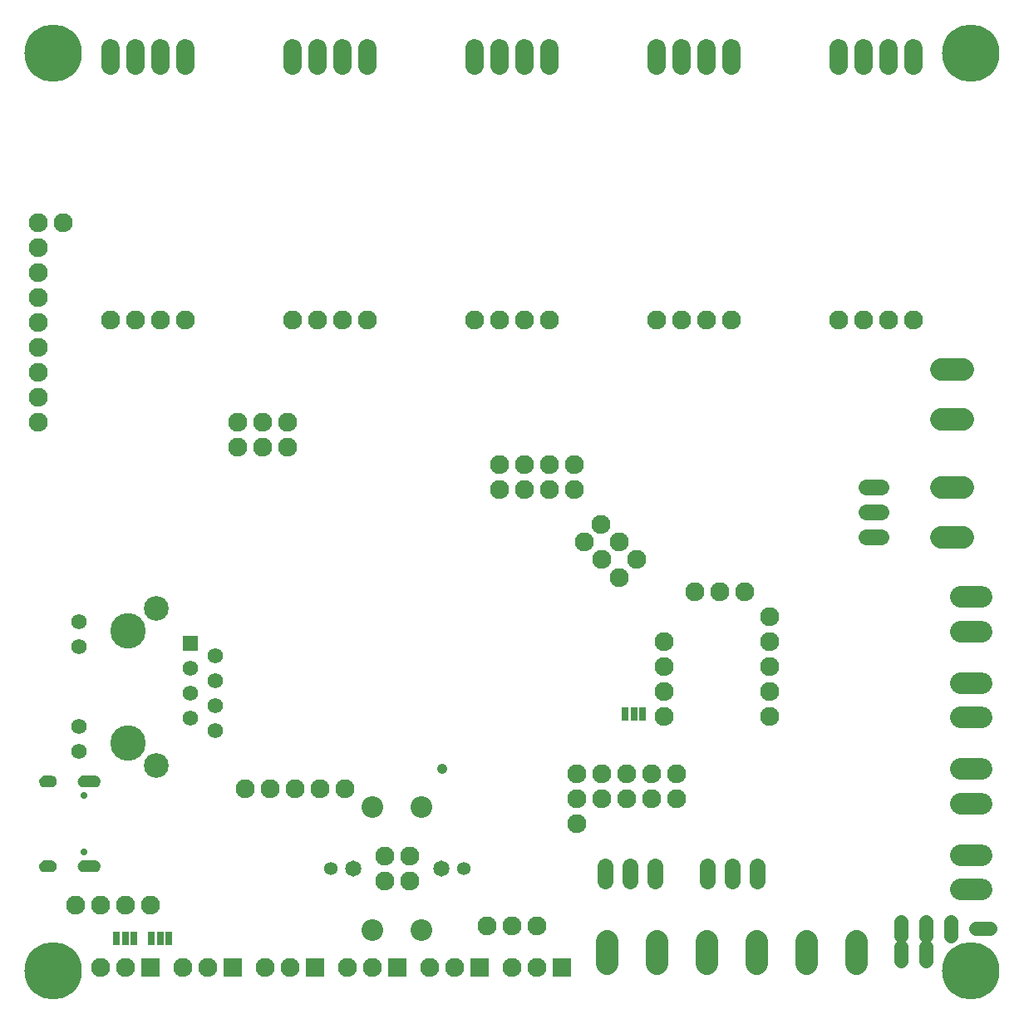
<source format=gbr>
G04 EAGLE Gerber RS-274X export*
G75*
%MOMM*%
%FSLAX34Y34*%
%LPD*%
%INGBS*%
%IPPOS*%
%AMOC8*
5,1,8,0,0,1.08239X$1,22.5*%
G01*
%ADD10C,2.209800*%
%ADD11C,1.358800*%
%ADD12C,1.650800*%
%ADD13R,1.930400X1.930400*%
%ADD14C,1.930400*%
%ADD15C,1.828800*%
%ADD16C,1.574800*%
%ADD17C,2.184400*%
%ADD18C,1.473200*%
%ADD19R,1.574800X1.574800*%
%ADD20C,1.574800*%
%ADD21C,2.527300*%
%ADD22C,3.606800*%
%ADD23R,0.685800X1.320800*%
%ADD24C,2.300800*%
%ADD25C,5.850800*%
%ADD26C,1.158800*%
%ADD27C,1.050800*%
%ADD28C,0.700800*%

G36*
X-424836Y-277806D02*
X-424836Y-277806D01*
X-424833Y-277809D01*
X-423711Y-277654D01*
X-423706Y-277649D01*
X-423702Y-277652D01*
X-422631Y-277281D01*
X-422627Y-277275D01*
X-422622Y-277277D01*
X-421645Y-276704D01*
X-421642Y-276698D01*
X-421637Y-276699D01*
X-420790Y-275946D01*
X-420788Y-275939D01*
X-420783Y-275939D01*
X-420099Y-275036D01*
X-420099Y-275029D01*
X-420094Y-275028D01*
X-419599Y-274009D01*
X-419601Y-274002D01*
X-419596Y-274000D01*
X-419309Y-272903D01*
X-419311Y-272899D01*
X-419309Y-272898D01*
X-419311Y-272896D01*
X-419308Y-272894D01*
X-419241Y-271763D01*
X-419243Y-271759D01*
X-419241Y-271757D01*
X-419308Y-270626D01*
X-419313Y-270621D01*
X-419309Y-270617D01*
X-419596Y-269520D01*
X-419602Y-269516D01*
X-419599Y-269511D01*
X-420094Y-268492D01*
X-420100Y-268489D01*
X-420099Y-268484D01*
X-420783Y-267581D01*
X-420790Y-267579D01*
X-420790Y-267574D01*
X-421637Y-266821D01*
X-421644Y-266821D01*
X-421645Y-266816D01*
X-422622Y-266243D01*
X-422629Y-266244D01*
X-422631Y-266239D01*
X-423702Y-265868D01*
X-423708Y-265871D01*
X-423711Y-265866D01*
X-424833Y-265711D01*
X-424838Y-265714D01*
X-424840Y-265711D01*
X-436840Y-265711D01*
X-436845Y-265714D01*
X-436848Y-265711D01*
X-438115Y-265916D01*
X-438121Y-265922D01*
X-438126Y-265919D01*
X-439315Y-266401D01*
X-439319Y-266408D01*
X-439325Y-266406D01*
X-440378Y-267140D01*
X-440380Y-267148D01*
X-440386Y-267147D01*
X-441249Y-268097D01*
X-441250Y-268106D01*
X-441255Y-268106D01*
X-441885Y-269225D01*
X-441884Y-269233D01*
X-441890Y-269235D01*
X-442255Y-270465D01*
X-442252Y-270473D01*
X-442257Y-270476D01*
X-442339Y-271757D01*
X-442337Y-271761D01*
X-442339Y-271763D01*
X-442257Y-273044D01*
X-442251Y-273050D01*
X-442255Y-273055D01*
X-441890Y-274285D01*
X-441883Y-274290D01*
X-441885Y-274295D01*
X-441255Y-275414D01*
X-441248Y-275417D01*
X-441249Y-275423D01*
X-440386Y-276373D01*
X-440378Y-276374D01*
X-440378Y-276380D01*
X-439325Y-277114D01*
X-439317Y-277114D01*
X-439315Y-277119D01*
X-438126Y-277601D01*
X-438118Y-277599D01*
X-438115Y-277604D01*
X-436848Y-277809D01*
X-436843Y-277806D01*
X-436840Y-277809D01*
X-424840Y-277809D01*
X-424836Y-277806D01*
G37*
G36*
X-424836Y-364206D02*
X-424836Y-364206D01*
X-424833Y-364209D01*
X-423711Y-364054D01*
X-423706Y-364049D01*
X-423702Y-364052D01*
X-422631Y-363681D01*
X-422627Y-363675D01*
X-422622Y-363677D01*
X-421645Y-363104D01*
X-421642Y-363098D01*
X-421637Y-363099D01*
X-420790Y-362346D01*
X-420788Y-362339D01*
X-420783Y-362339D01*
X-420099Y-361436D01*
X-420099Y-361429D01*
X-420094Y-361428D01*
X-419599Y-360409D01*
X-419601Y-360402D01*
X-419596Y-360400D01*
X-419309Y-359303D01*
X-419311Y-359299D01*
X-419309Y-359298D01*
X-419311Y-359296D01*
X-419308Y-359294D01*
X-419241Y-358163D01*
X-419243Y-358159D01*
X-419241Y-358157D01*
X-419308Y-357026D01*
X-419313Y-357021D01*
X-419309Y-357017D01*
X-419596Y-355920D01*
X-419602Y-355916D01*
X-419599Y-355911D01*
X-420094Y-354892D01*
X-420100Y-354889D01*
X-420099Y-354884D01*
X-420783Y-353981D01*
X-420790Y-353979D01*
X-420790Y-353974D01*
X-421637Y-353221D01*
X-421644Y-353221D01*
X-421645Y-353216D01*
X-422622Y-352643D01*
X-422629Y-352644D01*
X-422631Y-352639D01*
X-423702Y-352268D01*
X-423708Y-352271D01*
X-423711Y-352266D01*
X-424833Y-352111D01*
X-424838Y-352114D01*
X-424840Y-352111D01*
X-436840Y-352111D01*
X-436845Y-352114D01*
X-436848Y-352111D01*
X-438115Y-352316D01*
X-438121Y-352322D01*
X-438126Y-352319D01*
X-439315Y-352801D01*
X-439319Y-352808D01*
X-439325Y-352806D01*
X-440378Y-353540D01*
X-440380Y-353548D01*
X-440386Y-353547D01*
X-441249Y-354497D01*
X-441250Y-354506D01*
X-441255Y-354506D01*
X-441885Y-355625D01*
X-441884Y-355633D01*
X-441890Y-355635D01*
X-442255Y-356865D01*
X-442252Y-356873D01*
X-442257Y-356876D01*
X-442339Y-358157D01*
X-442337Y-358161D01*
X-442339Y-358163D01*
X-442257Y-359444D01*
X-442251Y-359450D01*
X-442255Y-359455D01*
X-441890Y-360685D01*
X-441883Y-360690D01*
X-441885Y-360695D01*
X-441255Y-361814D01*
X-441248Y-361817D01*
X-441249Y-361823D01*
X-440386Y-362773D01*
X-440378Y-362774D01*
X-440378Y-362780D01*
X-439325Y-363514D01*
X-439317Y-363514D01*
X-439315Y-363519D01*
X-438126Y-364001D01*
X-438118Y-363999D01*
X-438115Y-364004D01*
X-436848Y-364209D01*
X-436843Y-364206D01*
X-436840Y-364209D01*
X-424840Y-364209D01*
X-424836Y-364206D01*
G37*
G36*
X-469637Y-277807D02*
X-469637Y-277807D01*
X-469635Y-277809D01*
X-468459Y-277698D01*
X-468454Y-277693D01*
X-468450Y-277696D01*
X-467318Y-277358D01*
X-467314Y-277352D01*
X-467309Y-277354D01*
X-466265Y-276802D01*
X-466262Y-276795D01*
X-466257Y-276797D01*
X-465341Y-276051D01*
X-465340Y-276044D01*
X-465334Y-276044D01*
X-464581Y-275135D01*
X-464581Y-275127D01*
X-464576Y-275127D01*
X-464015Y-274087D01*
X-464016Y-274082D01*
X-464012Y-274080D01*
X-464013Y-274079D01*
X-464011Y-274078D01*
X-463664Y-272949D01*
X-463664Y-272948D01*
X-463663Y-272947D01*
X-463666Y-272943D01*
X-463662Y-272940D01*
X-463541Y-271765D01*
X-463545Y-271758D01*
X-463541Y-271754D01*
X-463698Y-270414D01*
X-463703Y-270408D01*
X-463700Y-270403D01*
X-464151Y-269132D01*
X-464158Y-269127D01*
X-464156Y-269122D01*
X-464878Y-267983D01*
X-464886Y-267980D01*
X-464885Y-267974D01*
X-465843Y-267024D01*
X-465851Y-267023D01*
X-465852Y-267017D01*
X-466997Y-266304D01*
X-467006Y-266305D01*
X-467007Y-266299D01*
X-468283Y-265859D01*
X-468290Y-265861D01*
X-468293Y-265857D01*
X-469635Y-265711D01*
X-469638Y-265713D01*
X-469640Y-265711D01*
X-475640Y-265711D01*
X-475644Y-265713D01*
X-475646Y-265711D01*
X-476975Y-265866D01*
X-476981Y-265872D01*
X-476985Y-265869D01*
X-478246Y-266316D01*
X-478251Y-266323D01*
X-478256Y-266321D01*
X-479386Y-267038D01*
X-479389Y-267045D01*
X-479395Y-267044D01*
X-480337Y-267995D01*
X-480338Y-268003D01*
X-480344Y-268003D01*
X-481051Y-269139D01*
X-481050Y-269147D01*
X-481056Y-269149D01*
X-481492Y-270414D01*
X-481490Y-270422D01*
X-481495Y-270425D01*
X-481639Y-271755D01*
X-481635Y-271761D01*
X-481639Y-271765D01*
X-481529Y-272931D01*
X-481524Y-272936D01*
X-481527Y-272940D01*
X-481192Y-274063D01*
X-481186Y-274067D01*
X-481188Y-274071D01*
X-480640Y-275107D01*
X-480634Y-275110D01*
X-480635Y-275115D01*
X-479896Y-276023D01*
X-479889Y-276025D01*
X-479889Y-276030D01*
X-478987Y-276777D01*
X-478980Y-276777D01*
X-478979Y-276783D01*
X-477948Y-277339D01*
X-477941Y-277338D01*
X-477939Y-277343D01*
X-476820Y-277687D01*
X-476813Y-277685D01*
X-476810Y-277689D01*
X-475645Y-277809D01*
X-475642Y-277807D01*
X-475640Y-277809D01*
X-469640Y-277809D01*
X-469637Y-277807D01*
G37*
G36*
X-469637Y-364207D02*
X-469637Y-364207D01*
X-469635Y-364209D01*
X-468459Y-364098D01*
X-468454Y-364093D01*
X-468450Y-364096D01*
X-467318Y-363758D01*
X-467314Y-363752D01*
X-467309Y-363754D01*
X-466265Y-363202D01*
X-466262Y-363195D01*
X-466257Y-363197D01*
X-465341Y-362451D01*
X-465340Y-362444D01*
X-465334Y-362444D01*
X-464581Y-361535D01*
X-464581Y-361527D01*
X-464576Y-361527D01*
X-464015Y-360487D01*
X-464016Y-360482D01*
X-464012Y-360480D01*
X-464013Y-360479D01*
X-464011Y-360478D01*
X-463664Y-359349D01*
X-463664Y-359348D01*
X-463663Y-359347D01*
X-463666Y-359343D01*
X-463662Y-359340D01*
X-463541Y-358165D01*
X-463545Y-358158D01*
X-463541Y-358154D01*
X-463698Y-356814D01*
X-463703Y-356808D01*
X-463700Y-356803D01*
X-464151Y-355532D01*
X-464158Y-355527D01*
X-464156Y-355522D01*
X-464878Y-354383D01*
X-464886Y-354380D01*
X-464885Y-354374D01*
X-465843Y-353424D01*
X-465851Y-353423D01*
X-465852Y-353417D01*
X-466997Y-352704D01*
X-467006Y-352705D01*
X-467007Y-352699D01*
X-468283Y-352259D01*
X-468290Y-352261D01*
X-468293Y-352257D01*
X-469635Y-352111D01*
X-469638Y-352113D01*
X-469640Y-352111D01*
X-475640Y-352111D01*
X-475644Y-352113D01*
X-475646Y-352111D01*
X-476975Y-352266D01*
X-476981Y-352272D01*
X-476985Y-352269D01*
X-478246Y-352716D01*
X-478251Y-352723D01*
X-478256Y-352721D01*
X-479386Y-353438D01*
X-479389Y-353445D01*
X-479395Y-353444D01*
X-480337Y-354395D01*
X-480338Y-354403D01*
X-480344Y-354403D01*
X-481051Y-355539D01*
X-481050Y-355547D01*
X-481056Y-355549D01*
X-481492Y-356814D01*
X-481490Y-356822D01*
X-481495Y-356825D01*
X-481639Y-358155D01*
X-481635Y-358161D01*
X-481639Y-358165D01*
X-481529Y-359331D01*
X-481524Y-359336D01*
X-481527Y-359340D01*
X-481192Y-360463D01*
X-481186Y-360467D01*
X-481188Y-360471D01*
X-480640Y-361507D01*
X-480634Y-361510D01*
X-480635Y-361515D01*
X-479896Y-362423D01*
X-479889Y-362425D01*
X-479889Y-362430D01*
X-478987Y-363177D01*
X-478980Y-363177D01*
X-478979Y-363183D01*
X-477948Y-363739D01*
X-477941Y-363738D01*
X-477939Y-363743D01*
X-476820Y-364087D01*
X-476813Y-364085D01*
X-476810Y-364089D01*
X-475645Y-364209D01*
X-475642Y-364207D01*
X-475640Y-364209D01*
X-469640Y-364209D01*
X-469637Y-364207D01*
G37*
D10*
X-91840Y-298180D03*
X-91840Y-423180D03*
X-141840Y-298180D03*
X-141840Y-423180D03*
D11*
X-49340Y-360680D03*
X-184340Y-360680D03*
D12*
X-71840Y-360680D03*
X-161840Y-360680D03*
D13*
X-368300Y-461010D03*
D14*
X-393700Y-461010D03*
X-419100Y-461010D03*
D13*
X-284480Y-461010D03*
D14*
X-309880Y-461010D03*
X-335280Y-461010D03*
D13*
X-200660Y-461010D03*
D14*
X-226060Y-461010D03*
X-251460Y-461010D03*
D13*
X-116840Y-461010D03*
D14*
X-142240Y-461010D03*
X-167640Y-461010D03*
D13*
X-33020Y-461010D03*
D14*
X-58420Y-461010D03*
X-83820Y-461010D03*
D13*
X50800Y-461010D03*
D14*
X25400Y-461010D03*
X0Y-461010D03*
X167640Y-264160D03*
X142240Y-264160D03*
X116840Y-264160D03*
X91440Y-264160D03*
X167640Y-289560D03*
X142240Y-289560D03*
X116840Y-289560D03*
X91440Y-289560D03*
X73660Y-27940D03*
X91621Y-45901D03*
X109581Y-63861D03*
X127000Y-45720D03*
X109039Y-27759D03*
X91079Y-9799D03*
X-25400Y-419100D03*
X0Y-419100D03*
X25400Y-419100D03*
X-129540Y-347980D03*
X-104140Y-347980D03*
X-129540Y-373380D03*
X-104140Y-373380D03*
X-482600Y271780D03*
X-482600Y246380D03*
X-482600Y220980D03*
X-482600Y195580D03*
X-482600Y170180D03*
X-482600Y144780D03*
X-482600Y119380D03*
X-482600Y93980D03*
D15*
X-408940Y457200D02*
X-408940Y474980D01*
X-383540Y474980D02*
X-383540Y457200D01*
X-358140Y457200D02*
X-358140Y474980D01*
X-332740Y474980D02*
X-332740Y457200D01*
X-223520Y457200D02*
X-223520Y474980D01*
X-198120Y474980D02*
X-198120Y457200D01*
X-172720Y457200D02*
X-172720Y474980D01*
X-147320Y474980D02*
X-147320Y457200D01*
X-38100Y457200D02*
X-38100Y474980D01*
X-12700Y474980D02*
X-12700Y457200D01*
X12700Y457200D02*
X12700Y474980D01*
X38100Y474980D02*
X38100Y457200D01*
X147320Y457200D02*
X147320Y474980D01*
X172720Y474980D02*
X172720Y457200D01*
X198120Y457200D02*
X198120Y474980D01*
X223520Y474980D02*
X223520Y457200D01*
D16*
X250190Y-358140D02*
X250190Y-373380D01*
X224790Y-373380D02*
X224790Y-358140D01*
X199390Y-358140D02*
X199390Y-373380D01*
X146050Y-373380D02*
X146050Y-358140D01*
X120650Y-358140D02*
X120650Y-373380D01*
X95250Y-373380D02*
X95250Y-358140D01*
D17*
X457200Y-259360D02*
X478536Y-259360D01*
X478536Y-294360D02*
X457200Y-294360D01*
X457200Y-171730D02*
X478536Y-171730D01*
X478536Y-206730D02*
X457200Y-206730D01*
D18*
X472440Y-421640D02*
X486664Y-421640D01*
X447040Y-428752D02*
X447040Y-414528D01*
X396240Y-414528D02*
X396240Y-428752D01*
X421640Y-428752D02*
X421640Y-414528D01*
X396240Y-439928D02*
X396240Y-454152D01*
X421640Y-454152D02*
X421640Y-439928D01*
D14*
X-279400Y68580D03*
X-254000Y68580D03*
X-228600Y68580D03*
X-228600Y93980D03*
X-254000Y93980D03*
X-279400Y93980D03*
D19*
X-327660Y-130810D03*
D20*
X-302260Y-143510D03*
X-327660Y-156210D03*
X-302260Y-168910D03*
X-327660Y-181610D03*
X-302260Y-194310D03*
X-327660Y-207010D03*
X-302260Y-219710D03*
D21*
X-361950Y-95250D03*
X-361950Y-255270D03*
D20*
X-440690Y-241300D03*
X-440690Y-215900D03*
X-440690Y-109220D03*
X-440690Y-134620D03*
D22*
X-391160Y-118110D03*
X-391160Y-232410D03*
D14*
X66040Y-264160D03*
X66040Y-289560D03*
X66040Y-314960D03*
X-408940Y198120D03*
X-383540Y198120D03*
X-358140Y198120D03*
X-332740Y198120D03*
X-223520Y198120D03*
X-198120Y198120D03*
X-172720Y198120D03*
X-147320Y198120D03*
X-38100Y198120D03*
X-12700Y198120D03*
X12700Y198120D03*
X38100Y198120D03*
X147320Y198120D03*
X172720Y198120D03*
X198120Y198120D03*
X223520Y198120D03*
X154940Y-205740D03*
X154940Y-180340D03*
X154940Y-154940D03*
X154940Y-129540D03*
D23*
X-402590Y-431800D03*
X-393700Y-431800D03*
X-384810Y-431800D03*
D24*
X96520Y-434340D02*
X96520Y-456840D01*
X147320Y-456840D02*
X147320Y-434340D01*
D15*
X332740Y457200D02*
X332740Y474980D01*
X358140Y474980D02*
X358140Y457200D01*
X383540Y457200D02*
X383540Y474980D01*
X408940Y474980D02*
X408940Y457200D01*
D14*
X332740Y198120D03*
X358140Y198120D03*
X383540Y198120D03*
X408940Y198120D03*
D17*
X457200Y-84100D02*
X478536Y-84100D01*
X478536Y-119100D02*
X457200Y-119100D01*
D16*
X375920Y27940D02*
X360680Y27940D01*
X360680Y2540D02*
X375920Y2540D01*
X375920Y-22860D02*
X360680Y-22860D01*
D14*
X-170180Y-279400D03*
X-195580Y-279400D03*
X-220980Y-279400D03*
X-246380Y-279400D03*
X-271780Y-279400D03*
X262890Y-104140D03*
X262890Y-129540D03*
X262890Y-154940D03*
X262890Y-180340D03*
X262890Y-205740D03*
X-12700Y25400D03*
X12700Y25400D03*
X38100Y25400D03*
X63500Y25400D03*
D23*
X-349250Y-431800D03*
X-358140Y-431800D03*
X-367030Y-431800D03*
X115570Y-203200D03*
X124460Y-203200D03*
X133350Y-203200D03*
D14*
X63500Y50800D03*
X38100Y50800D03*
X12700Y50800D03*
X-12700Y50800D03*
D24*
X436880Y-22860D02*
X459380Y-22860D01*
X459380Y27940D02*
X436880Y27940D01*
D14*
X-457200Y297180D03*
X-482600Y297180D03*
D25*
X-467360Y469900D03*
D26*
X-467360Y491900D03*
X-467360Y447900D03*
X-489360Y469900D03*
X-445360Y469900D03*
X-451860Y485400D03*
X-451860Y454400D03*
X-482860Y485400D03*
X-482860Y454400D03*
D25*
X467360Y-464820D03*
D26*
X467360Y-442820D03*
X467360Y-486820D03*
X445360Y-464820D03*
X489360Y-464820D03*
X482860Y-449320D03*
X482860Y-480320D03*
X451860Y-449320D03*
X451860Y-480320D03*
D25*
X467360Y469900D03*
D26*
X467360Y491900D03*
X467360Y447900D03*
X445360Y469900D03*
X489360Y469900D03*
X482860Y485400D03*
X482860Y454400D03*
X451860Y485400D03*
X451860Y454400D03*
D25*
X-467360Y-464820D03*
D26*
X-467360Y-442820D03*
X-467360Y-486820D03*
X-489360Y-464820D03*
X-445360Y-464820D03*
X-451860Y-449320D03*
X-451860Y-480320D03*
X-482860Y-449320D03*
X-482860Y-480320D03*
D24*
X436880Y97790D02*
X459380Y97790D01*
X459380Y148590D02*
X436880Y148590D01*
X198120Y-434340D02*
X198120Y-456840D01*
X248920Y-456840D02*
X248920Y-434340D01*
D17*
X457200Y-346990D02*
X478536Y-346990D01*
X478536Y-381990D02*
X457200Y-381990D01*
D24*
X299720Y-434340D02*
X299720Y-456840D01*
X350520Y-456840D02*
X350520Y-434340D01*
D14*
X-368300Y-397510D03*
X-393700Y-397510D03*
X-419100Y-397510D03*
X-444500Y-397510D03*
X186690Y-78740D03*
X212090Y-78740D03*
X237490Y-78740D03*
D27*
X-71120Y-259080D03*
D28*
X-436090Y-286060D03*
X-436090Y-343860D03*
M02*

</source>
